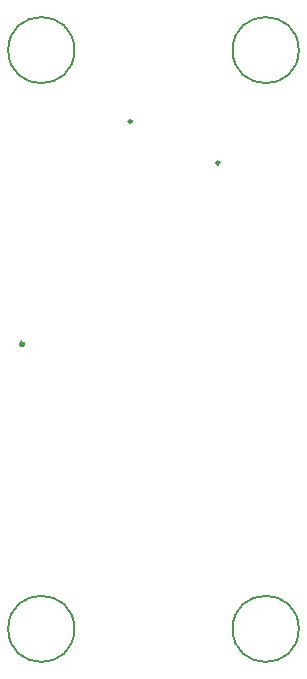
<source format=gbr>
%TF.GenerationSoftware,KiCad,Pcbnew,(7.0.0)*%
%TF.CreationDate,2023-12-17T22:30:30-08:00*%
%TF.ProjectId,Lyrav3,4c797261-7633-42e6-9b69-6361645f7063,rev?*%
%TF.SameCoordinates,Original*%
%TF.FileFunction,Other,Comment*%
%FSLAX46Y46*%
G04 Gerber Fmt 4.6, Leading zero omitted, Abs format (unit mm)*
G04 Created by KiCad (PCBNEW (7.0.0)) date 2023-12-17 22:30:30*
%MOMM*%
%LPD*%
G01*
G04 APERTURE LIST*
%ADD10C,0.250000*%
%ADD11C,0.150000*%
%ADD12C,0.300000*%
%ADD13C,0.100000*%
G04 APERTURE END LIST*
D10*
%TO.C,U2*%
X18073600Y42467299D02*
G75*
G03*
X18073600Y42467299I-130000J0D01*
G01*
D11*
%TO.C,H3*%
X5800000Y3000000D02*
G75*
G03*
X5800000Y3000000I-2800000J0D01*
G01*
%TO.C,H1*%
X5800000Y52000000D02*
G75*
G03*
X5800000Y52000000I-2800000J0D01*
G01*
%TO.C,H2*%
X24800000Y52000000D02*
G75*
G03*
X24800000Y52000000I-2800000J0D01*
G01*
%TO.C,H4*%
X24800000Y3000000D02*
G75*
G03*
X24800000Y3000000I-2800000J0D01*
G01*
D12*
%TO.C,X1*%
X1516800Y27120700D02*
G75*
G03*
X1516800Y27120700I-150000J0D01*
G01*
D10*
%TO.C,U4*%
X10655600Y45955800D02*
G75*
G03*
X10655600Y45955800I-120000J0D01*
G01*
D13*
%TO.C,U6*%
X15160200Y13093000D02*
G75*
G03*
X15160200Y13093000I-50000J0D01*
G01*
%TD*%
M02*

</source>
